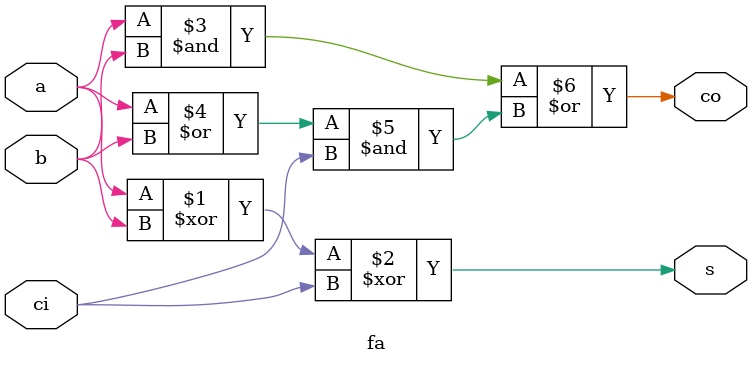
<source format=sv>
module fa (
  input logic a, b, ci,
  output logic s, co
);
  assign s = a ^ b ^ ci;
  assign co = (a & b) | ((a | b) & (ci));
endmodule
</source>
